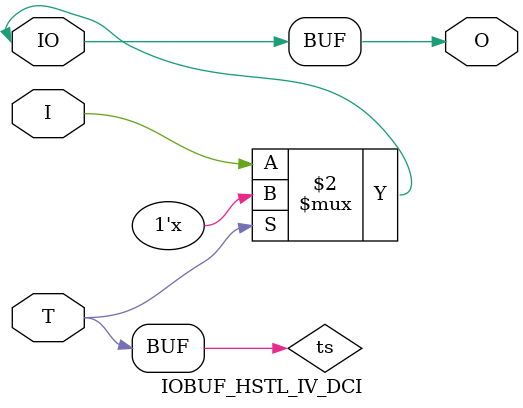
<source format=v>

/*

FUNCTION	: INPUT TRI-STATE OUTPUT BUFFER

*/

`celldefine
`timescale  100 ps / 10 ps

module IOBUF_HSTL_IV_DCI (O, IO, I, T);

    output O;

    inout  IO;

    input  I, T;

    or O1 (ts, 1'b0, T);
    bufif0 T1 (IO, I, ts);

    buf B1 (O, IO);

endmodule

</source>
